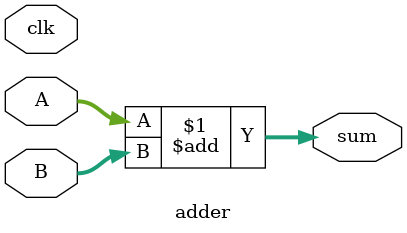
<source format=v>
`timescale 1ns / 1ps

module adder(
input clk,
input [31:0] A,
input [31:0] B,
output [31:0] sum
);

assign sum = A+B;


endmodule
</source>
